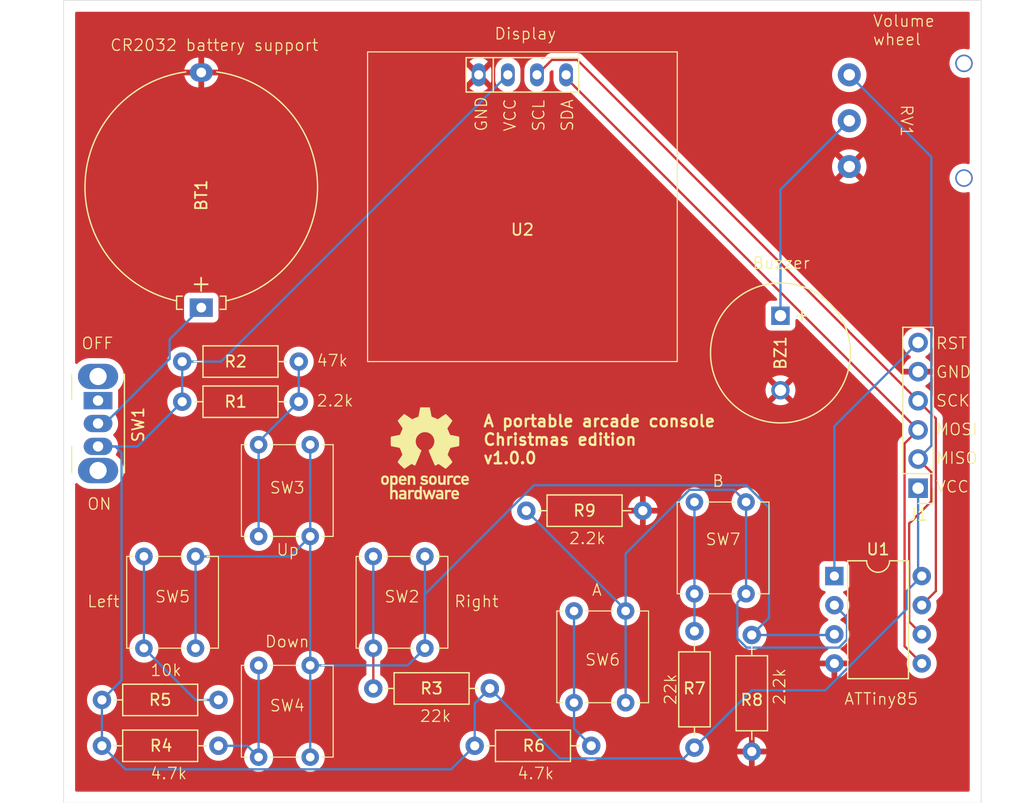
<source format=kicad_pcb>
(kicad_pcb (version 20240108) (generator "pcbnew") (generator_version "8.0")
  (layers (0 "F.Cu" signal) (31 "B.Cu" signal) (34 "B.Paste" user) (35 "F.Paste" user) (36 "B.SilkS" user "B.Silkscreen") (37 "F.SilkS" user "F.Silkscreen") (38 "B.Mask" user) (39 "F.Mask" user) (44 "Edge.Cuts" user))
  (net 0 "")
  (net 1 "Net-(BT1-+)")
  (net 2 "GND")
  (net 3 "Net-(BZ1-+)")
  (net 4 "/SDA")
  (net 5 "/PWM")
  (net 6 "/RST")
  (net 7 "VCC")
  (net 8 "/SCL")
  (net 9 "Net-(R1-Pad2)")
  (net 10 "Net-(R3-Pad2)")
  (net 11 "Net-(R4-Pad2)")
  (net 12 "Net-(R5-Pad2)")
  (net 13 "Net-(R6-Pad2)")
  (net 14 "Net-(R7-Pad2)")
  (net 15 "/A2")
  (net 16 "/A3")
  (footprint "Package_DIP:DIP-8_W7.62mm" (layer "F.Cu") (at 190.7 133.2)
    (property "Reference" "U1" (at 3.81 -2.33 0) (layer "F.SilkS"))
    (property "Value" "ATtiny85-20P")
    (pad "1" thru_hole rect (at 0 0) (size 1.6 1.6) (drill 0.8) (layers "*.Cu" "*.Mask") (net 6 "/RST"))
    (pad "2" thru_hole oval (at 0 2.54) (size 1.6 1.6) (drill 0.8) (layers "*.Cu" "*.Mask") (net 16 "/A3"))
    (pad "3" thru_hole oval (at 0 5.08) (size 1.6 1.6) (drill 0.8) (layers "*.Cu" "*.Mask") (net 15 "/A2"))
    (pad "4" thru_hole oval (at 0 7.62) (size 1.6 1.6) (drill 0.8) (layers "*.Cu" "*.Mask") (net 2 "GND"))
    (pad "5" thru_hole oval (at 7.62 7.62) (size 1.6 1.6) (drill 0.8) (layers "*.Cu" "*.Mask") (net 4 "/SDA"))
    (pad "6" thru_hole oval (at 7.62 5.08) (size 1.6 1.6) (drill 0.8) (layers "*.Cu" "*.Mask") (net 5 "/PWM"))
    (pad "7" thru_hole oval (at 7.62 2.54) (size 1.6 1.6) (drill 0.8) (layers "*.Cu" "*.Mask") (net 8 "/SCL"))
    (pad "8" thru_hole oval (at 7.62 0) (size 1.6 1.6) (drill 0.8) (layers "*.Cu" "*.Mask") (net 7 "VCC"))
  )
  (footprint "Buzzer_Beeper:MagneticBuzzer_ProSignal_ABT-410-RC" (layer "F.Cu") (at 186 110.5 -90)
    (property "Reference" "BZ1" (at 3.25 0 90) (layer "F.SilkS"))
    (property "Value" "Buzzer")
    (fp_text user "+" (at 0 -1.8 90) (layer "F.SilkS"))
    (pad "1" thru_hole rect (at 0 0 270) (size 1.6 1.6) (drill 1) (layers "*.Cu" "*.Mask") (net 3 "Net-(BZ1-+)"))
    (pad "2" thru_hole circle (at 6.5 0 270) (size 1.6 1.6) (drill 1) (layers "*.Cu" "*.Mask") (net 2 "GND"))
  )
  (footprint "custom:Gear Dial Potentiometer" (layer "F.Cu") (at 207 93.5 -90)
    (property "Reference" "RV1" (at 0 10 -90) (layer "F.SilkS") (effects (font (thickness 0.1))))
    (property "Value" "R_Potentiometer")
    (pad "" np_thru_hole circle (at -5 5 270) (size 1.524 1.524) (drill 1.25) (layers "F&B.Cu" "*.Mask"))
    (pad "" np_thru_hole circle (at 5 5 270) (size 1.524 1.524) (drill 1.25) (layers "F&B.Cu" "*.Mask"))
    (pad "1" thru_hole circle (at -4 15 270) (size 2 2) (drill 1) (layers "*.Cu" "*.Mask") (net 5 "/PWM"))
    (pad "2" thru_hole circle (at 0 15 270) (size 2 2) (drill 1) (layers "*.Cu" "*.Mask") (net 3 "Net-(BZ1-+)"))
    (pad "3" thru_hole circle (at 4 15 270) (size 2 2) (drill 1) (layers "*.Cu" "*.Mask") (net 2 "GND"))
  )
  (footprint "custom:button_tactile_silicone" (layer "F.Cu") (at 152.5 126.488)
    (property "Reference" "SW2" (at 0.5 8.512 0) (layer "F.SilkS") (effects (font (thickness 0.1))))
    (property "Value" "RIGHT")
    (pad "1" thru_hole circle (at -2 5) (size 1.524 1.524) (drill 0.756) (layers "*.Cu" "*.Mask") (net 10 "Net-(R3-Pad2)"))
    (pad "2" thru_hole circle (at -2 13) (size 1.524 1.524) (drill 0.756) (layers "*.Cu" "*.Mask") (net 10 "Net-(R3-Pad2)"))
    (pad "3" thru_hole circle (at 2.5 5) (size 1.524 1.524) (drill 0.756) (layers "*.Cu" "*.Mask") (net 15 "/A2"))
    (pad "4" thru_hole circle (at 2.5 13) (size 1.524 1.524) (drill 0.756) (layers "*.Cu" "*.Mask") (net 15 "/A2"))
  )
  (footprint "Resistor_THT:R_Axial_DIN0207_L6.3mm_D2.5mm_P10.16mm_Horizontal" (layer "F.Cu") (at 183.5 138.34 -90)
    (property "Reference" "R8" (at 5.66 0 180) (layer "F.SilkS"))
    (property "Value" "2.2k")
    (pad "1" thru_hole circle (at 0 0 270) (size 1.6 1.6) (drill 0.8) (layers "*.Cu" "*.Mask") (net 15 "/A2"))
    (pad "2" thru_hole oval (at 10.16 0 270) (size 1.6 1.6) (drill 0.8) (layers "*.Cu" "*.Mask") (net 2 "GND"))
  )
  (footprint "custom:OLED_0.96" (layer "F.Cu") (at 163.5 89.5)
    (property "Reference" "U2" (at 0 13.5 0) (layer "F.SilkS"))
    (property "Value" "~")
    (fp_text user "VCC" (at -0.5 5 90) (layer "F.SilkS") (effects (font (thickness 0.1)) (justify left bottom)))
    (fp_text user "GND" (at -3 5 90) (layer "F.SilkS") (effects (font (thickness 0.1)) (justify left bottom)))
    (fp_text user "SCL" (at 2 5 90) (layer "F.SilkS") (effects (font (thickness 0.1)) (justify left bottom)))
    (fp_text user "SDA" (at 4.5 5 90) (layer "F.SilkS") (effects (font (thickness 0.1)) (justify left bottom)))
    (pad "1" thru_hole oval (at -3.81 0) (size 1.2 2) (drill 0.8) (layers "*.Cu" "*.Mask") (net 2 "GND"))
    (pad "2" thru_hole oval (at -1.27 0) (size 1.2 2) (drill 0.8) (layers "*.Cu" "*.Mask") (net 7 "VCC"))
    (pad "3" thru_hole oval (at 1.27 0) (size 1.2 2) (drill 0.8) (layers "*.Cu" "*.Mask") (net 8 "/SCL"))
    (pad "4" thru_hole oval (at 3.81 0) (size 1.2 2) (drill 0.8) (layers "*.Cu" "*.Mask") (net 4 "/SDA"))
  )
  (footprint "custom:button_tactile_silicone" (layer "F.Cu") (at 132.5 126.488)
    (property "Reference" "SW5" (at 0.5 8.512 0) (layer "F.SilkS") (effects (font (thickness 0.1))))
    (property "Value" "LEFT")
    (pad "1" thru_hole circle (at -2 5) (size 1.524 1.524) (drill 0.756) (layers "*.Cu" "*.Mask") (net 12 "Net-(R5-Pad2)"))
    (pad "2" thru_hole circle (at -2 13) (size 1.524 1.524) (drill 0.756) (layers "*.Cu" "*.Mask") (net 12 "Net-(R5-Pad2)"))
    (pad "3" thru_hole circle (at 2.5 5) (size 1.524 1.524) (drill 0.756) (layers "*.Cu" "*.Mask") (net 15 "/A2"))
    (pad "4" thru_hole circle (at 2.5 13) (size 1.524 1.524) (drill 0.756) (layers "*.Cu" "*.Mask") (net 15 "/A2"))
  )
  (footprint "custom:button_tactile_silicone" (layer "F.Cu") (at 142.5 135.988)
    (property "Reference" "SW4" (at 0.5 8.512 0) (layer "F.SilkS") (effects (font (thickness 0.1))))
    (property "Value" "DOWN")
    (pad "1" thru_hole circle (at -2 5) (size 1.524 1.524) (drill 0.756) (layers "*.Cu" "*.Mask") (net 11 "Net-(R4-Pad2)"))
    (pad "2" thru_hole circle (at -2 13) (size 1.524 1.524) (drill 0.756) (layers "*.Cu" "*.Mask") (net 11 "Net-(R4-Pad2)"))
    (pad "3" thru_hole circle (at 2.5 5) (size 1.524 1.524) (drill 0.756) (layers "*.Cu" "*.Mask") (net 15 "/A2"))
    (pad "4" thru_hole circle (at 2.5 13) (size 1.524 1.524) (drill 0.756) (layers "*.Cu" "*.Mask") (net 15 "/A2"))
  )
  (footprint "Resistor_THT:R_Axial_DIN0207_L6.3mm_D2.5mm_P10.16mm_Horizontal" (layer "F.Cu") (at 126.84 144)
    (property "Reference" "R5" (at 5.08 0 0) (layer "F.SilkS"))
    (property "Value" "10k")
    (pad "1" thru_hole circle (at 0 0) (size 1.6 1.6) (drill 0.8) (layers "*.Cu" "*.Mask") (net 7 "VCC"))
    (pad "2" thru_hole oval (at 10.16 0) (size 1.6 1.6) (drill 0.8) (layers "*.Cu" "*.Mask") (net 12 "Net-(R5-Pad2)"))
  )
  (footprint "Resistor_THT:R_Axial_DIN0207_L6.3mm_D2.5mm_P10.16mm_Horizontal" (layer "F.Cu") (at 159.34 148)
    (property "Reference" "R6" (at 5.16 0 0) (layer "F.SilkS"))
    (property "Value" "4.7k")
    (pad "1" thru_hole circle (at 0 0) (size 1.6 1.6) (drill 0.8) (layers "*.Cu" "*.Mask") (net 7 "VCC"))
    (pad "2" thru_hole oval (at 10.16 0) (size 1.6 1.6) (drill 0.8) (layers "*.Cu" "*.Mask") (net 13 "Net-(R6-Pad2)"))
  )
  (footprint "Resistor_THT:R_Axial_DIN0207_L6.3mm_D2.5mm_P10.16mm_Horizontal" (layer "F.Cu") (at 133.84 118)
    (property "Reference" "R1" (at 4.66 0 0) (layer "F.SilkS"))
    (property "Value" "2.2k")
    (pad "1" thru_hole circle (at 0 0) (size 1.6 1.6) (drill 0.8) (layers "*.Cu" "*.Mask") (net 7 "VCC"))
    (pad "2" thru_hole oval (at 10.16 0) (size 1.6 1.6) (drill 0.8) (layers "*.Cu" "*.Mask") (net 9 "Net-(R1-Pad2)"))
  )
  (footprint "Resistor_THT:R_Axial_DIN0207_L6.3mm_D2.5mm_P10.16mm_Horizontal" (layer "F.Cu") (at 163.84 127.5)
    (property "Reference" "R9" (at 5.08 0 360) (layer "F.SilkS"))
    (property "Value" "2.2k")
    (pad "1" thru_hole circle (at 0 0) (size 1.6 1.6) (drill 0.8) (layers "*.Cu" "*.Mask") (net 16 "/A3"))
    (pad "2" thru_hole oval (at 10.16 0) (size 1.6 1.6) (drill 0.8) (layers "*.Cu" "*.Mask") (net 2 "GND"))
  )
  (footprint "custom:button_tactile_silicone" (layer "F.Cu") (at 170 131.244)
    (property "Reference" "SW6" (at 0.5 9.256 0) (layer "F.SilkS") (effects (font (thickness 0.1))))
    (property "Value" "A")
    (pad "1" thru_hole circle (at -2 5) (size 1.524 1.524) (drill 0.756) (layers "*.Cu" "*.Mask") (net 13 "Net-(R6-Pad2)"))
    (pad "2" thru_hole circle (at -2 13) (size 1.524 1.524) (drill 0.756) (layers "*.Cu" "*.Mask") (net 13 "Net-(R6-Pad2)"))
    (pad "3" thru_hole circle (at 2.5 5) (size 1.524 1.524) (drill 0.756) (layers "*.Cu" "*.Mask") (net 16 "/A3"))
    (pad "4" thru_hole circle (at 2.5 13) (size 1.524 1.524) (drill 0.756) (layers "*.Cu" "*.Mask") (net 16 "/A3"))
  )
  (footprint "Resistor_THT:R_Axial_DIN0207_L6.3mm_D2.5mm_P10.16mm_Horizontal" (layer "F.Cu") (at 126.84 148)
    (property "Reference" "R4" (at 5.16 0 0) (layer "F.SilkS"))
    (property "Value" "4.7k")
    (pad "1" thru_hole circle (at 0 0) (size 1.6 1.6) (drill 0.8) (layers "*.Cu" "*.Mask") (net 7 "VCC"))
    (pad "2" thru_hole oval (at 10.16 0) (size 1.6 1.6) (drill 0.8) (layers "*.Cu" "*.Mask") (net 11 "Net-(R4-Pad2)"))
  )
  (footprint "Battery:Battery_Panasonic_CR2032-HFN_Horizontal_CircularHoles" (layer "F.Cu") (at 135.499878 109.795 90)
    (property "Reference" "BT1" (at 9.795 0.000122 90) (layer "F.SilkS"))
    (property "Value" "Battery_Cell")
    (fp_text user "+" (at 2.032 -0.127 90) (layer "F.SilkS") (effects (font (size 1.5 1.5))))
    (pad "1" thru_hole rect (at 0 0 90) (size 1.6 2) (drill 0.85) (layers "*.Cu" "*.Mask") (net 1 "Net-(BT1-+)"))
    (pad "2" thru_hole oval (at 20.5 0 90) (size 1.6 2) (drill 0.85) (layers "*.Cu" "*.Mask") (net 2 "GND"))
  )
  (footprint "Resistor_THT:R_Axial_DIN0207_L6.3mm_D2.5mm_P10.16mm_Horizontal" (layer "F.Cu") (at 160.66 143 180)
    (property "Reference" "R3" (at 5.08 0 360) (layer "F.SilkS"))
    (property "Value" "22k")
    (pad "1" thru_hole circle (at 0 0 180) (size 1.6 1.6) (drill 0.8) (layers "*.Cu" "*.Mask") (net 7 "VCC"))
    (pad "2" thru_hole oval (at 10.16 0 180) (size 1.6 1.6) (drill 0.8) (layers "*.Cu" "*.Mask") (net 10 "Net-(R3-Pad2)"))
  )
  (footprint "Button_Switch_THT:SW_Slide_SPDT_Angled_CK_OS102011MA1Q" (layer "F.Cu") (at 126.5 117.9 -90)
    (property "Reference" "SW1" (at 2.1 -3.5 90) (layer "F.SilkS"))
    (property "Value" "SW_SPDT_321")
    (pad "" thru_hole oval (at -2.1 0 270) (size 2.2 3.5) (drill 1.5) (layers "*.Cu" "*.Mask"))
    (pad "" thru_hole oval (at 6.1 0 270) (size 2.2 3.5) (drill 1.5) (layers "*.Cu" "*.Mask"))
    (pad "1" thru_hole rect (at 0 0 270) (size 1.5 2.5) (drill 0.9) (layers "*.Cu" "*.Mask"))
    (pad "2" thru_hole oval (at 2 0 270) (size 1.5 2.5) (drill 0.9) (layers "*.Cu" "*.Mask") (net 1 "Net-(BT1-+)"))
    (pad "3" thru_hole oval (at 4 0 270) (size 1.5 2.5) (drill 0.9) (layers "*.Cu" "*.Mask") (net 7 "VCC"))
  )
  (footprint "Resistor_THT:R_Axial_DIN0207_L6.3mm_D2.5mm_P10.16mm_Horizontal" (layer "F.Cu") (at 178.5 148.16 90)
    (property "Reference" "R7" (at 5.16 0 180) (layer "F.SilkS"))
    (property "Value" "22k")
    (pad "1" thru_hole circle (at 0 0 90) (size 1.6 1.6) (drill 0.8) (layers "*.Cu" "*.Mask") (net 7 "VCC"))
    (pad "2" thru_hole oval (at 10.16 0 90) (size 1.6 1.6) (drill 0.8) (layers "*.Cu" "*.Mask") (net 14 "Net-(R7-Pad2)"))
  )
  (footprint "Resistor_THT:R_Axial_DIN0207_L6.3mm_D2.5mm_P10.16mm_Horizontal" (layer "F.Cu") (at 133.84 114.5)
    (property "Reference" "R2" (at 4.66 0 0) (layer "F.SilkS"))
    (property "Value" "47k")
    (pad "1" thru_hole circle (at 0 0) (size 1.6 1.6) (drill 0.8) (layers "*.Cu" "*.Mask") (net 7 "VCC"))
    (pad "2" thru_hole oval (at 10.16 0) (size 1.6 1.6) (drill 0.8) (layers "*.Cu" "*.Mask") (net 9 "Net-(R1-Pad2)"))
  )
  (footprint "Symbol:OSHW-Logo_7.5x8mm_SilkScreen" (layer "F.Cu") (at 155 122.5)
    (property "Reference" "REF**" (hide yes))
    (property "Value" "OSHW-Logo_7.5x8mm_SilkScreen" (hide yes))
  )
  (footprint "custom:button_tactile_silicone" (layer "F.Cu") (at 142.5 116.744)
    (property "Reference" "SW3" (at 0.5 8.756 0) (layer "F.SilkS") (effects (font (thickness 0.1))))
    (property "Value" "UP")
    (pad "1" thru_hole circle (at -2 5) (size 1.524 1.524) (drill 0.756) (layers "*.Cu" "*.Mask") (net 9 "Net-(R1-Pad2)"))
    (pad "2" thru_hole circle (at -2 13) (size 1.524 1.524) (drill 0.756) (layers "*.Cu" "*.Mask") (net 9 "Net-(R1-Pad2)"))
    (pad "3" thru_hole circle (at 2.5 5) (size 1.524 1.524) (drill 0.756) (layers "*.Cu" "*.Mask") (net 15 "/A2"))
    (pad "4" thru_hole circle (at 2.5 13) (size 1.524 1.524) (drill 0.756) (layers "*.Cu" "*.Mask") (net 15 "/A2"))
  )
  (footprint "custom:button_tactile_silicone" (layer "F.Cu") (at 180.5 121.744)
    (property "Reference" "SW7" (at 0.5 8.256 0) (layer "F.SilkS") (effects (font (thickness 0.1))))
    (property "Value" "B")
    (pad "1" thru_hole circle (at -2 5) (size 1.524 1.524) (drill 0.756) (layers "*.Cu" "*.Mask") (net 14 "Net-(R7-Pad2)"))
    (pad "2" thru_hole circle (at -2 13) (size 1.524 1.524) (drill 0.756) (layers "*.Cu" "*.Mask") (net 14 "Net-(R7-Pad2)"))
    (pad "3" thru_hole circle (at 2.5 5) (size 1.524 1.524) (drill 0.756) (layers "*.Cu" "*.Mask") (net 16 "/A3"))
    (pad "4" thru_hole circle (at 2.5 13) (size 1.524 1.524) (drill 0.756) (layers "*.Cu" "*.Mask") (net 16 "/A3"))
  )
  (footprint "Connector_PinHeader_2.54mm:PinHeader_1x06_P2.54mm_Vertical" (layer "F.Cu") (at 198 125.54 180)
    (property "Reference" "J1" (at 0 -2.33 360) (layer "F.SilkS"))
    (property "Value" "Conn_01x06_Pin")
    (pad "1" thru_hole rect (at 0 0 180) (size 1.7 1.7) (drill 1) (layers "*.Cu" "*.Mask") (net 7 "VCC"))
    (pad "2" thru_hole oval (at 0 2.54 180) (size 1.7 1.7) (drill 1) (layers "*.Cu" "*.Mask") (net 5 "/PWM"))
    (pad "3" thru_hole oval (at 0 5.08 180) (size 1.7 1.7) (drill 1) (layers "*.Cu" "*.Mask") (net 4 "/SDA"))
    (pad "4" thru_hole oval (at 0 7.62 180) (size 1.7 1.7) (drill 1) (layers "*.Cu" "*.Mask") (net 8 "/SCL"))
    (pad "5" thru_hole oval (at 0 10.16 180) (size 1.7 1.7) (drill 1) (layers "*.Cu" "*.Mask") (net 2 "GND"))
    (pad "6" thru_hole oval (at 0 12.7 180) (size 1.7 1.7) (drill 1) (layers "*.Cu" "*.Mask") (net 6 "/RST"))
  )
  (gr_rect (start 123.5 83) (end 203.5 153) (stroke (width 0.05)) (fill none) (layer "Edge.Cuts"))
  (gr_text "4.7k" (at 131 151 0) (layer "F.SilkS") (effects (font (size 1 1) (thickness 0.1)) (justify left bottom)))
  (gr_text "MOSI" (at 199.5 121 0) (layer "F.SilkS") (effects (font (size 1 1) (thickness 0.1)) (justify left bottom)))
  (gr_text "Left" (at 125.5 136 0) (layer "F.SilkS") (effects (font (size 1 1) (thickness 0.1)) (justify left bottom)))
  (gr_text "Down" (at 141 139.5 0) (layer "F.SilkS") (effects (font (size 1 1) (thickness 0.1)) (justify left bottom)))
  (gr_text "OFF" (at 125 113.5 0) (layer "F.SilkS") (effects (font (size 1 1) (thickness 0.1)) (justify left bottom)))
  (gr_text "22k" (at 177 144.5 90) (layer "F.SilkS") (effects (font (size 1 1) (thickness 0.1)) (justify left bottom)))
  (gr_text "Buzzer" (at 183.5 106.5 0) (layer "F.SilkS") (effects (font (size 1 1) (thickness 0.1)) (justify left bottom)))
  (gr_text "ATTiny85" (at 191.5 144.5 0) (layer "F.SilkS") (effects (font (size 1 1) (thickness 0.1)) (justify left bottom)))
  (gr_text "SCK" (at 199.5 118.5 0) (layer "F.SilkS") (effects (font (size 1 1) (thickness 0.1)) (justify left bottom)))
  (gr_text "2.2k" (at 145.5 118.5 0) (layer "F.SilkS") (effects (font (size 1 1) (thickness 0.1)) (justify left bottom)))
  (gr_text "CR2032 battery support" (at 127.5 87.5 0) (layer "F.SilkS") (effects (font (size 1 1) (thickness 0.1)) (justify left bottom)))
  (gr_text "2.2k" (at 167.5 130.5 0) (layer "F.SilkS") (effects (font (size 1 1) (thickness 0.1)) (justify left bottom)))
  (gr_text "GND" (at 199.5 116 0) (layer "F.SilkS") (effects (font (size 1 1) (thickness 0.1)) (justify left bottom)))
  (gr_text "B" (at 180 125.5 0) (layer "F.SilkS") (effects (font (size 1 1) (thickness 0.1)) (justify left bottom)))
  (gr_text "4.7k" (at 163 151 0) (layer "F.SilkS") (effects (font (size 1 1) (thickness 0.1)) (justify left bottom)))
  (gr_text "Volume\nwheel" (at 194 87 0) (layer "F.SilkS") (effects (font (size 1 1) (thickness 0.1)) (justify left bottom)))
  (gr_text "Display" (at 161 86.5 0) (layer "F.SilkS") (effects (font (size 1 1) (thickness 0.1)) (justify left bottom)))
  (gr_text "A" (at 169.5 135 0) (layer "F.SilkS") (effects (font (size 1 1) (thickness 0.1)) (justify left bottom)))
  (gr_text "2.2k" (at 186.5 144.5 90) (layer "F.SilkS") (effects (font (size 1 1) (thickness 0.1)) (justify left bottom)))
  (gr_text "47k" (at 145.5 115 0) (layer "F.SilkS") (effects (font (size 1 1) (thickness 0.1)) (justify left bottom)))
  (gr_text "ON" (at 125.5 127.5 0) (layer "F.SilkS") (effects (font (size 1 1) (thickness 0.1)) (justify left bottom)))
  (gr_text "VCC" (at 199.5 126 0) (layer "F.SilkS") (effects (font (size 1 1) (thickness 0.1)) (justify left bottom)))
  (gr_text "Right" (at 157.5 136 0) (layer "F.SilkS") (effects (font (size 1 1) (thickness 0.1)) (justify left bottom)))
  (gr_text "MISO" (at 199.5 123.5 0) (layer "F.SilkS") (effects (font (size 1 1) (thickness 0.1)) (justify left bottom)))
  (gr_text "A portable arcade console\nChristmas edition\nv1.0.0" (at 160 123.5 0) (layer "F.SilkS") (effects (font (size 1 1) (thickness 0.2) (bold yes)) (justify left bottom)))
  (gr_text "22k" (at 154.5 146 0) (layer "F.SilkS") (effects (font (size 1 1) (thickness 0.1)) (justify left bottom)))
  (gr_text "Up" (at 142 131.5 0) (layer "F.SilkS") (effects (font (size 1 1) (thickness 0.1)) (justify left bottom)))
  (gr_text "RST" (at 199.5 113.5 0) (layer "F.SilkS") (effects (font (size 1 1) (thickness 0.1)) (justify left bottom)))
  (gr_text "10k" (at 131 142 0) (layer "F.SilkS") (effects (font (size 1 1) (thickness 0.1)) (justify left bottom)))
  (segment (start 132.74 114.26) (end 132.74 112.554878) (width 0.2) (layer "B.Cu") (net 1))
  (segment (start 132.74 112.554878) (end 135.499878 109.795) (width 0.2) (layer "B.Cu") (net 1))
  (segment (start 126.5 119.9) (end 127.1 119.9) (width 0.2) (layer "B.Cu") (net 1))
  (segment (start 127.1 119.9) (end 132.74 114.26) (width 0.2) (layer "B.Cu") (net 1))
  (segment (start 186 99.5) (end 192 93.5) (width 0.2) (layer "B.Cu") (net 3))
  (segment (start 186 110.5) (end 186 99.5) (width 0.2) (layer "B.Cu") (net 3))
  (segment (start 167.31 89.5) (end 167.31 89.77) (width 0.2) (layer "F.Cu") (net 4))
  (segment (start 196.82 121.64) (end 198 120.46) (width 0.2) (layer "F.Cu") (net 4))
  (segment (start 167.31 89.77) (end 198 120.46) (width 0.2) (layer "F.Cu") (net 4))
  (segment (start 196.82 139.32) (end 196.82 121.64) (width 0.2) (layer "F.Cu") (net 4))
  (segment (start 198.32 140.82) (end 196.82 139.32) (width 0.2) (layer "F.Cu") (net 4))
  (segment (start 197.22 137.18) (end 197.22 128.62) (width 0.2) (layer "F.Cu") (net 5))
  (segment (start 197.22 128.62) (end 199.15 126.69) (width 0.2) (layer "F.Cu") (net 5))
  (segment (start 198.32 138.28) (end 197.22 137.18) (width 0.2) (layer "F.Cu") (net 5))
  (segment (start 199.15 124.15) (end 198 123) (width 0.2) (layer "F.Cu") (net 5))
  (segment (start 199.15 126.69) (end 199.15 124.15) (width 0.2) (layer "F.Cu") (net 5))
  (segment (start 199.15 96.65) (end 199.15 121.85) (width 0.2) (layer "B.Cu") (net 5))
  (segment (start 199.15 121.85) (end 198 123) (width 0.2) (layer "B.Cu") (net 5))
  (segment (start 192 89.5) (end 199.15 96.65) (width 0.2) (layer "B.Cu") (net 5))
  (segment (start 190.7 120.14) (end 198 112.84) (width 0.2) (layer "B.Cu") (net 6))
  (segment (start 190.7 133.2) (end 190.7 120.14) (width 0.2) (layer "B.Cu") (net 6))
  (segment (start 128 121.9) (end 126.5 121.9) (width 0.2) (layer "B.Cu") (net 7))
  (segment (start 126.84 144) (end 128.55 142.29) (width 0.2) (layer "B.Cu") (net 7))
  (segment (start 189.912183 143.163452) (end 197 136.075635) (width 0.2) (layer "B.Cu") (net 7))
  (segment (start 177.56 149.1) (end 178.5 148.16) (width 0.2) (layer "B.Cu") (net 7))
  (segment (start 160.66 143) (end 166.76 149.1) (width 0.2) (layer "B.Cu") (net 7))
  (segment (start 183.496548 143.163452) (end 189.912183 143.163452) (width 0.2) (layer "B.Cu") (net 7))
  (segment (start 128.55 122.45) (end 128 121.9) (width 0.2) (layer "B.Cu") (net 7))
  (segment (start 197 136.075635) (end 197 134.52) (width 0.2) (layer "B.Cu") (net 7))
  (segment (start 126.84 148) (end 128.89 150.05) (width 0.2) (layer "B.Cu") (net 7))
  (segment (start 129.94 121.9) (end 133.84 118) (width 0.2) (layer "B.Cu") (net 7))
  (segment (start 198 132.88) (end 198.32 133.2) (width 0.2) (layer "B.Cu") (net 7))
  (segment (start 159.34 148) (end 159.34 144.32) (width 0.2) (layer "B.Cu") (net 7))
  (segment (start 157.29 150.05) (end 159.34 148) (width 0.2) (layer "B.Cu") (net 7))
  (segment (start 159.34 144.32) (end 160.66 143) (width 0.2) (layer "B.Cu") (net 7))
  (segment (start 133.84 118) (end 133.84 114.5) (width 0.2) (layer "B.Cu") (net 7))
  (segment (start 128.89 150.05) (end 157.29 150.05) (width 0.2) (layer "B.Cu") (net 7))
  (segment (start 166.76 149.1) (end 177.56 149.1) (width 0.2) (layer "B.Cu") (net 7))
  (segment (start 178.5 148.16) (end 183.496548 143.163452) (width 0.2) (layer "B.Cu") (net 7))
  (segment (start 126.84 148) (end 126.84 144) (width 0.2) (layer "B.Cu") (net 7))
  (segment (start 162.23 89.5) (end 137.23 114.5) (width 0.2) (layer "B.Cu") (net 7))
  (segment (start 198 125.54) (end 198 132.88) (width 0.2) (layer "B.Cu") (net 7))
  (segment (start 126.5 121.9) (end 129.94 121.9) (width 0.2) (layer "B.Cu") (net 7))
  (segment (start 197 134.52) (end 198.32 133.2) (width 0.2) (layer "B.Cu") (net 7))
  (segment (start 128.55 142.29) (end 128.55 122.45) (width 0.2) (layer "B.Cu") (net 7))
  (segment (start 137.23 114.5) (end 133.84 114.5) (width 0.2) (layer "B.Cu") (net 7))
  (segment (start 199.55 134.51) (end 199.55 119.47) (width 0.2) (layer "F.Cu") (net 8))
  (segment (start 199.55 119.47) (end 198 117.92) (width 0.2) (layer "F.Cu") (net 8))
  (segment (start 168.28 88.2) (end 198 117.92) (width 0.2) (layer "F.Cu") (net 8))
  (segment (start 166.07 88.2) (end 168.28 88.2) (width 0.2) (layer "F.Cu") (net 8))
  (segment (start 198.32 135.74) (end 199.55 134.51) (width 0.2) (layer "F.Cu") (net 8))
  (segment (start 164.77 89.5) (end 166.07 88.2) (width 0.2) (layer "F.Cu") (net 8))
  (segment (start 140.5 121.5) (end 140.5 121.744) (width 0.2) (layer "B.Cu") (net 9))
  (segment (start 144 114.5) (end 144 118) (width 0.2) (layer "B.Cu") (net 9))
  (segment (start 140.5 121.744) (end 140.5 129.744) (width 0.2) (layer "B.Cu") (net 9))
  (segment (start 144 118) (end 140.5 121.5) (width 0.2) (layer "B.Cu") (net 9))
  (segment (start 150.5 139.488) (end 150.5 143) (width 0.2) (layer "F.Cu") (net 10))
  (segment (start 150.5 139.488) (end 150.5 131.488) (width 0.2) (layer "B.Cu") (net 10))
  (segment (start 137 148) (end 139.512 148) (width 0.2) (layer "B.Cu") (net 11))
  (segment (start 140.5 140.988) (end 140.5 148.988) (width 0.2) (layer "B.Cu") (net 11))
  (segment (start 139.512 148) (end 140.5 148.988) (width 0.2) (layer "B.Cu") (net 11))
  (segment (start 135.012 144) (end 130.5 139.488) (width 0.2) (layer "B.Cu") (net 12))
  (segment (start 130.5 139.488) (end 130.5 131.488) (width 0.2) (layer "B.Cu") (net 12))
  (segment (start 137 144) (end 135.012 144) (width 0.2) (layer "B.Cu") (net 12))
  (segment (start 168 144.244) (end 168 146.5) (width 0.2) (layer "B.Cu") (net 13))
  (segment (start 168 146.5) (end 169.5 148) (width 0.2) (layer "B.Cu") (net 13))
  (segment (start 168 136.244) (end 168 144.244) (width 0.2) (layer "B.Cu") (net 13))
  (segment (start 178.5 134.744) (end 178.5 126.744) (width 0.2) (layer "B.Cu") (net 14))
  (segment (start 178.5 138) (end 178.5 134.744) (width 0.2) (layer "B.Cu") (net 14))
  (segment (start 143.256 131.488) (end 145 129.744) (width 0.2) (layer "B.Cu") (net 15))
  (segment (start 145 140.988) (end 153.5 140.988) (width 0.2) (layer "B.Cu") (net 15))
  (segment (start 183.5 138.34) (end 190.64 138.34) (width 0.2) (layer "B.Cu") (net 15))
  (segment (start 145 140.988) (end 145 129.744) (width 0.2) (layer "B.Cu") (net 15))
  (segment (start 183.039895 125.282) (end 185 127.242105) (width 0.2) (layer "B.Cu") (net 15))
  (segment (start 185 127.242105) (end 185 136.84) (width 0.2) (layer "B.Cu") (net 15))
  (segment (start 155 139.488) (end 155 134.784365) (width 0.2) (layer "B.Cu") (net 15))
  (segment (start 155 134.784365) (end 164.502365 125.282) (width 0.2) (layer "B.Cu") (net 15))
  (segment (start 164.502365 125.282) (end 183.039895 125.282) (width 0.2) (layer "B.Cu") (net 15))
  (segment (start 185 136.84) (end 183.5 138.34) (width 0.2) (layer "B.Cu") (net 15))
  (segment (start 153.5 140.988) (end 155 139.488) (width 0.2) (layer "B.Cu") (net 15))
  (segment (start 145 129.744) (end 145 121.744) (width 0.2) (layer "B.Cu") (net 15))
  (segment (start 190.64 138.34) (end 190.7 138.28) (width 0.2) (layer "B.Cu") (net 15))
  (segment (start 145 140.988) (end 145 148.988) (width 0.2) (layer "B.Cu") (net 15))
  (segment (start 135 131.488) (end 135 139.488) (width 0.2) (layer "B.Cu") (net 15))
  (segment (start 135 131.488) (end 143.256 131.488) (width 0.2) (layer "B.Cu") (net 15))
  (segment (start 155 131.488) (end 155 139.488) (width 0.2) (layer "B.Cu") (net 15))
  (segment (start 183.044365 139.44) (end 191.095635 139.44) (width 0.2) (layer "B.Cu") (net 16))
  (segment (start 191.8 136.84) (end 190.7 135.74) (width 0.2) (layer "B.Cu") (net 16))
  (segment (start 182.238001 135.505999) (end 182.238001 138.633636) (width 0.2) (layer "B.Cu") (net 16))
  (segment (start 183 134.744) (end 183 126.744) (width 0.2) (layer "B.Cu") (net 16))
  (segment (start 191.095635 139.44) (end 191.8 138.735635) (width 0.2) (layer "B.Cu") (net 16))
  (segment (start 172.5 136.16) (end 172.5 136.244) (width 0.2) (layer "B.Cu") (net 16))
  (segment (start 183 134.744) (end 182.238001 135.505999) (width 0.2) (layer "B.Cu") (net 16))
  (segment (start 191.8 138.735635) (end 191.8 136.84) (width 0.2) (layer "B.Cu") (net 16))
  (segment (start 181.938 125.682) (end 183 126.744) (width 0.2) (layer "B.Cu") (net 16))
  (segment (start 172.5 144.244) (end 172.5 136.244) (width 0.2) (layer "B.Cu") (net 16))
  (segment (start 172.5 131.242105) (end 178.060105 125.682) (width 0.2) (layer "B.Cu") (net 16))
  (segment (start 163.84 127.5) (end 172.5 136.16) (width 0.2) (layer "B.Cu") (net 16))
  (segment (start 182.238001 138.633636) (end 183.044365 139.44) (width 0.2) (layer "B.Cu") (net 16))
  (segment (start 178.060105 125.682) (end 181.938 125.682) (width 0.2) (layer "B.Cu") (net 16))
  (segment (start 172.5 136.244) (end 172.5 131.242105) (width 0.2) (layer "B.Cu") (net 16))
  (zone (net 2) (net_name "GND") (layer "F.Cu") (connect_pads (clearance 0.5)) (min_thickness 0.25) (fill yes (thermal_gap 0.5) (thermal_bridge_width 0.5))
    (polygon (pts (xy 124.5 84) (xy 202.5 84) (xy 202.5 152) (xy 124.5 152)))
  )
)
</source>
